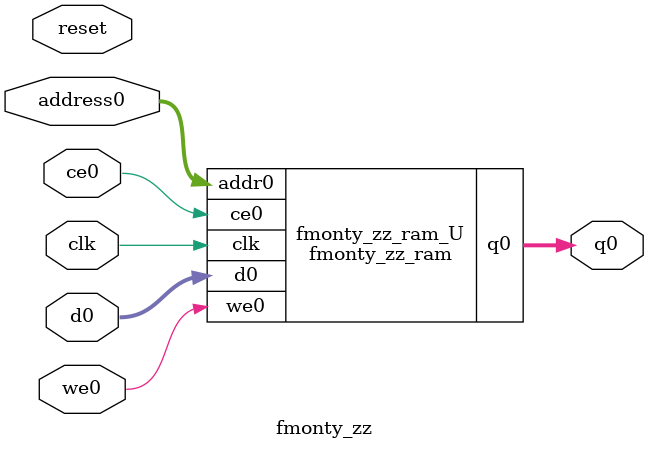
<source format=v>

`timescale 1 ns / 1 ps
module fmonty_zz_ram (addr0, ce0, d0, we0, q0,  clk);

parameter DWIDTH = 64;
parameter AWIDTH = 5;
parameter MEM_SIZE = 19;

input[AWIDTH-1:0] addr0;
input ce0;
input[DWIDTH-1:0] d0;
input we0;
output reg[DWIDTH-1:0] q0;
input clk;

(* ram_style = "block" *)reg [DWIDTH-1:0] ram[0:MEM_SIZE-1];




always @(posedge clk)  
begin 
    if (ce0) 
    begin
        if (we0) 
        begin 
            ram[addr0] <= d0; 
            q0 <= d0;
        end 
        else 
            q0 <= ram[addr0];
    end
end


endmodule


`timescale 1 ns / 1 ps
module fmonty_zz(
    reset,
    clk,
    address0,
    ce0,
    we0,
    d0,
    q0);

parameter DataWidth = 32'd64;
parameter AddressRange = 32'd19;
parameter AddressWidth = 32'd5;
input reset;
input clk;
input[AddressWidth - 1:0] address0;
input ce0;
input we0;
input[DataWidth - 1:0] d0;
output[DataWidth - 1:0] q0;



fmonty_zz_ram fmonty_zz_ram_U(
    .clk( clk ),
    .addr0( address0 ),
    .ce0( ce0 ),
    .d0( d0 ),
    .we0( we0 ),
    .q0( q0 ));

endmodule


</source>
